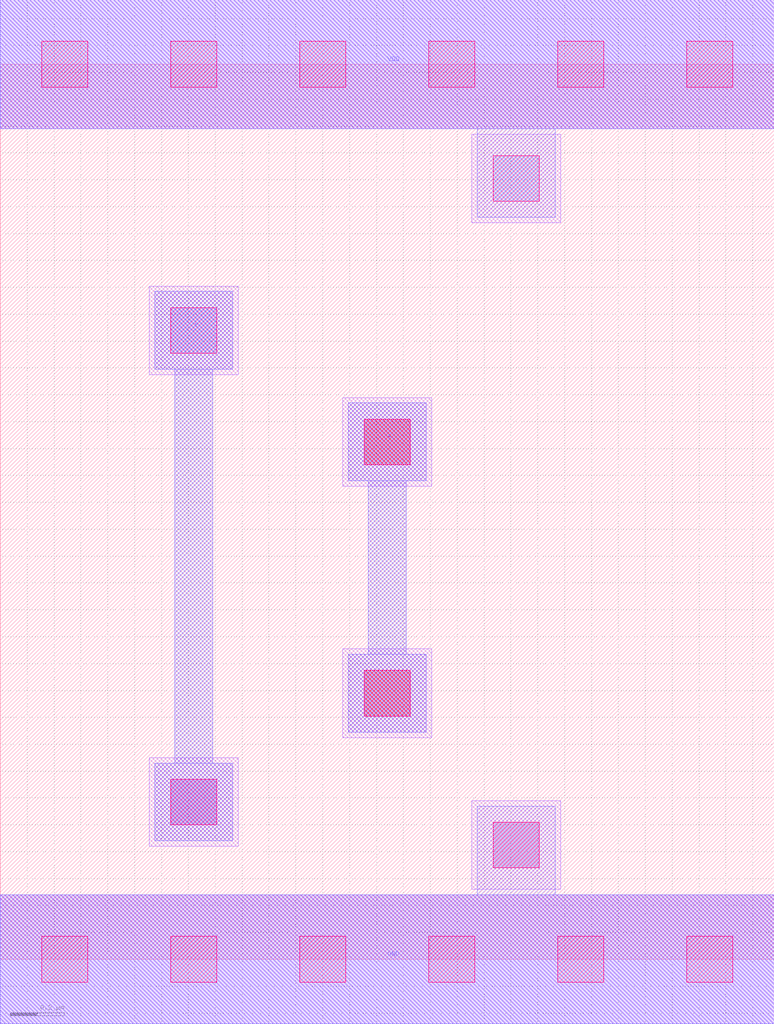
<source format=lef>
MACRO INVX1
 CLASS CORE ;
 FOREIGN INVX1 0 0 ;
 SIZE 2.88 BY 3.33 ;
 ORIGIN 0 0 ;
 SYMMETRY X Y R90 ;
 SITE unit ;
  PIN VDD
   DIRECTION INOUT ;
   USE POWER ;
   SHAPE ABUTMENT ;
    PORT
     CLASS CORE ;
       LAYER li1 ;
        RECT 0.00000000 3.09000000 2.88000000 3.57000000 ;
       LAYER met1 ;
        RECT 0.00000000 3.09000000 2.88000000 3.57000000 ;
    END
  END VDD

  PIN GND
   DIRECTION INOUT ;
   USE POWER ;
   SHAPE ABUTMENT ;
    PORT
     CLASS CORE ;
       LAYER li1 ;
        RECT 0.00000000 -0.24000000 2.88000000 0.24000000 ;
       LAYER met1 ;
        RECT 0.00000000 -0.24000000 2.88000000 0.24000000 ;
    END
  END GND

  PIN Y
   DIRECTION INOUT ;
   USE SIGNAL ;
   SHAPE ABUTMENT ;
    PORT
     CLASS CORE ;
       LAYER met1 ;
        RECT 0.57500000 0.44000000 0.86500000 0.73000000 ;
        RECT 0.65000000 0.73000000 0.79000000 2.19500000 ;
        RECT 0.57500000 2.19500000 0.86500000 2.48500000 ;
    END
  END Y

  PIN A
   DIRECTION INOUT ;
   USE SIGNAL ;
   SHAPE ABUTMENT ;
    PORT
     CLASS CORE ;
       LAYER met1 ;
        RECT 1.29500000 0.84500000 1.58500000 1.13500000 ;
        RECT 1.37000000 1.13500000 1.51000000 1.78000000 ;
        RECT 1.29500000 1.78000000 1.58500000 2.07000000 ;
    END
  END A

 OBS
    LAYER polycont ;
     RECT 1.35500000 0.90500000 1.52500000 1.07500000 ;
     RECT 1.35500000 1.84000000 1.52500000 2.01000000 ;

    LAYER pdiffc ;
     RECT 0.63500000 2.25500000 0.80500000 2.42500000 ;
     RECT 1.83500000 2.82000000 2.00500000 2.99000000 ;

    LAYER ndiffc ;
     RECT 1.83500000 0.34000000 2.00500000 0.51000000 ;
     RECT 0.63500000 0.50000000 0.80500000 0.67000000 ;

    LAYER li1 ;
     RECT 0.00000000 -0.24000000 2.88000000 0.24000000 ;
     RECT 1.75500000 0.26000000 2.08500000 0.59000000 ;
     RECT 0.55500000 0.42000000 0.88500000 0.75000000 ;
     RECT 1.27500000 0.82500000 1.60500000 1.15500000 ;
     RECT 1.27500000 1.76000000 1.60500000 2.09000000 ;
     RECT 0.55500000 2.17500000 0.88500000 2.50500000 ;
     RECT 1.75500000 2.74000000 2.08500000 3.07000000 ;
     RECT 0.00000000 3.09000000 2.88000000 3.57000000 ;

    LAYER viali ;
     RECT 0.15500000 -0.08500000 0.32500000 0.08500000 ;
     RECT 0.63500000 -0.08500000 0.80500000 0.08500000 ;
     RECT 1.11500000 -0.08500000 1.28500000 0.08500000 ;
     RECT 1.59500000 -0.08500000 1.76500000 0.08500000 ;
     RECT 2.07500000 -0.08500000 2.24500000 0.08500000 ;
     RECT 2.55500000 -0.08500000 2.72500000 0.08500000 ;
     RECT 1.83500000 0.34000000 2.00500000 0.51000000 ;
     RECT 0.63500000 0.50000000 0.80500000 0.67000000 ;
     RECT 1.35500000 0.90500000 1.52500000 1.07500000 ;
     RECT 1.35500000 1.84000000 1.52500000 2.01000000 ;
     RECT 0.63500000 2.25500000 0.80500000 2.42500000 ;
     RECT 1.83500000 2.82000000 2.00500000 2.99000000 ;
     RECT 0.15500000 3.24500000 0.32500000 3.41500000 ;
     RECT 0.63500000 3.24500000 0.80500000 3.41500000 ;
     RECT 1.11500000 3.24500000 1.28500000 3.41500000 ;
     RECT 1.59500000 3.24500000 1.76500000 3.41500000 ;
     RECT 2.07500000 3.24500000 2.24500000 3.41500000 ;
     RECT 2.55500000 3.24500000 2.72500000 3.41500000 ;

    LAYER met1 ;
     RECT 0.00000000 -0.24000000 2.88000000 0.24000000 ;
     RECT 1.77500000 0.24000000 2.06500000 0.57000000 ;
     RECT 1.29500000 0.84500000 1.58500000 1.13500000 ;
     RECT 1.37000000 1.13500000 1.51000000 1.78000000 ;
     RECT 1.29500000 1.78000000 1.58500000 2.07000000 ;
     RECT 0.57500000 0.44000000 0.86500000 0.73000000 ;
     RECT 0.65000000 0.73000000 0.79000000 2.19500000 ;
     RECT 0.57500000 2.19500000 0.86500000 2.48500000 ;
     RECT 1.77500000 2.76000000 2.06500000 3.09000000 ;
     RECT 0.00000000 3.09000000 2.88000000 3.57000000 ;

 END
END INVX1

</source>
